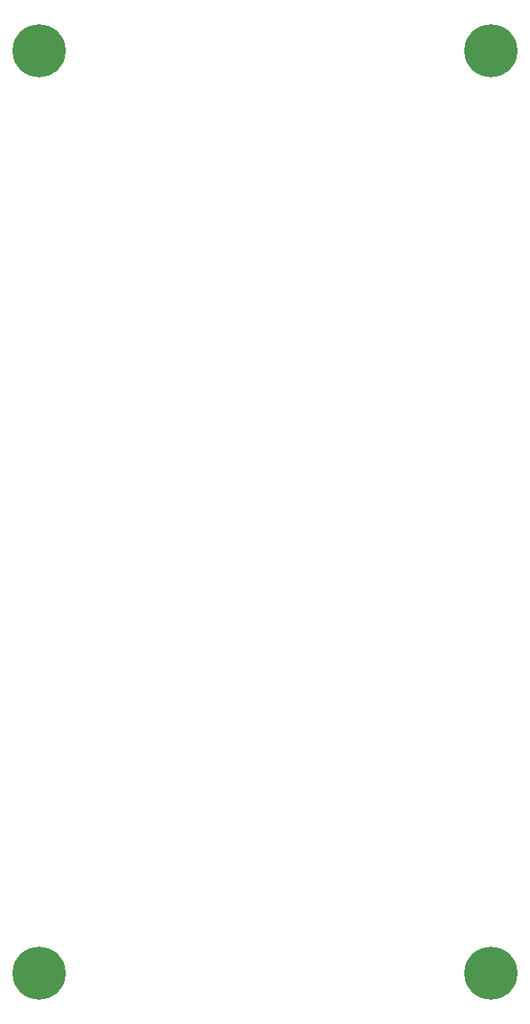
<source format=gbr>
%TF.GenerationSoftware,KiCad,Pcbnew,5.1.12-84ad8e8a86~92~ubuntu18.04.1*%
%TF.CreationDate,2022-01-08T13:00:48-05:00*%
%TF.ProjectId,remote,72656d6f-7465-42e6-9b69-6361645f7063,rev?*%
%TF.SameCoordinates,Original*%
%TF.FileFunction,Copper,L2,Bot*%
%TF.FilePolarity,Positive*%
%FSLAX46Y46*%
G04 Gerber Fmt 4.6, Leading zero omitted, Abs format (unit mm)*
G04 Created by KiCad (PCBNEW 5.1.12-84ad8e8a86~92~ubuntu18.04.1) date 2022-01-08 13:00:48*
%MOMM*%
%LPD*%
G01*
G04 APERTURE LIST*
%TA.AperFunction,ComponentPad*%
%ADD10C,5.400000*%
%TD*%
G04 APERTURE END LIST*
D10*
%TO.P,H2,1*%
%TO.N,N/C*%
X121438960Y-157249920D03*
%TD*%
%TO.P,H6,1*%
%TO.N,N/C*%
X75491960Y-63491160D03*
%TD*%
%TO.P,H5,1*%
%TO.N,N/C*%
X121438960Y-63491160D03*
%TD*%
%TO.P,H1,1*%
%TO.N,N/C*%
X75491960Y-157249920D03*
%TD*%
M02*

</source>
